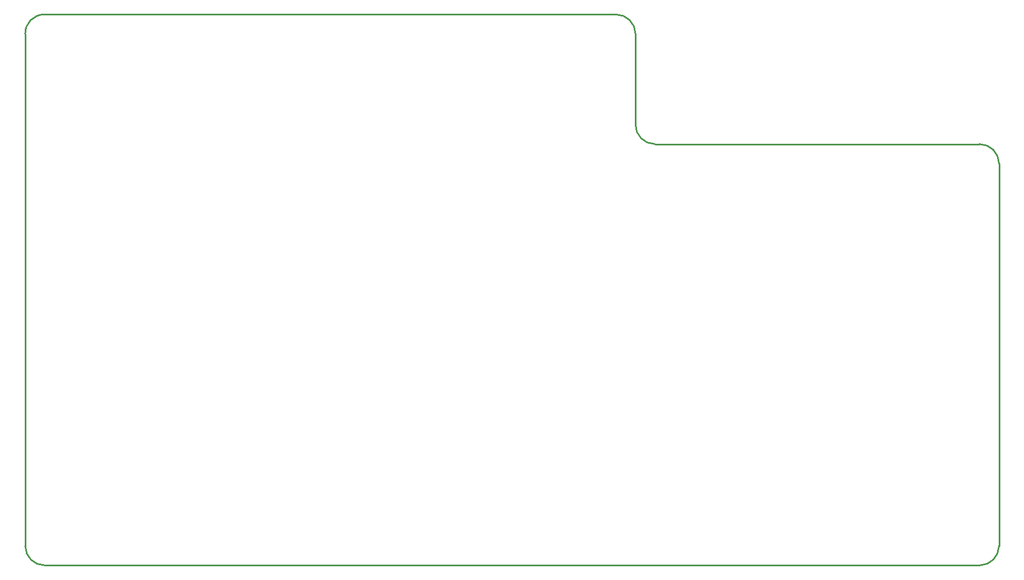
<source format=gko>
G04 Layer: BoardOutline*
G04 EasyEDA v5.9.42, Mon, 25 Feb 2019 13:08:34 GMT*
G04 04bc916e9f0e400680881ea13b59f611*
G04 Gerber Generator version 0.2*
G04 Scale: 100 percent, Rotated: No, Reflected: No *
G04 Dimensions in millimeters *
G04 leading zeros omitted , absolute positions ,3 integer and 3 decimal *
%FSLAX33Y33*%
%MOMM*%
G90*
G71D02*

%ADD10C,0.254000*%
G54D10*
G01X91001Y85001D02*
G01X3000Y85001D01*
G01X1Y82001D02*
G01X1Y3002D01*
G01X3000Y0D02*
G01X147001Y0D01*
G01X150000Y3002D02*
G01X150000Y62001D01*
G01X94001Y68000D02*
G01X94001Y82001D01*
G01X147001Y65001D02*
G01X97001Y65001D01*
G75*
G01X1Y82001D02*
G02X3001Y85001I2920J81D01*
G01*
G75*
G01X1Y3001D02*
G03X3001Y1I3000J0D01*
G01*
G75*
G01X147034Y1D02*
G03X150001Y3001I-33J3000D01*
G01*
G75*
G01X94001Y82001D02*
G03X91001Y85001I-3000J0D01*
G01*
G75*
G01X150001Y62001D02*
G03X147001Y65001I-3000J0D01*
G01*
G75*
G01X94001Y68050D02*
G03X97001Y65001I3000J-49D01*
G01*

%LPD*%
M00*
M02*

</source>
